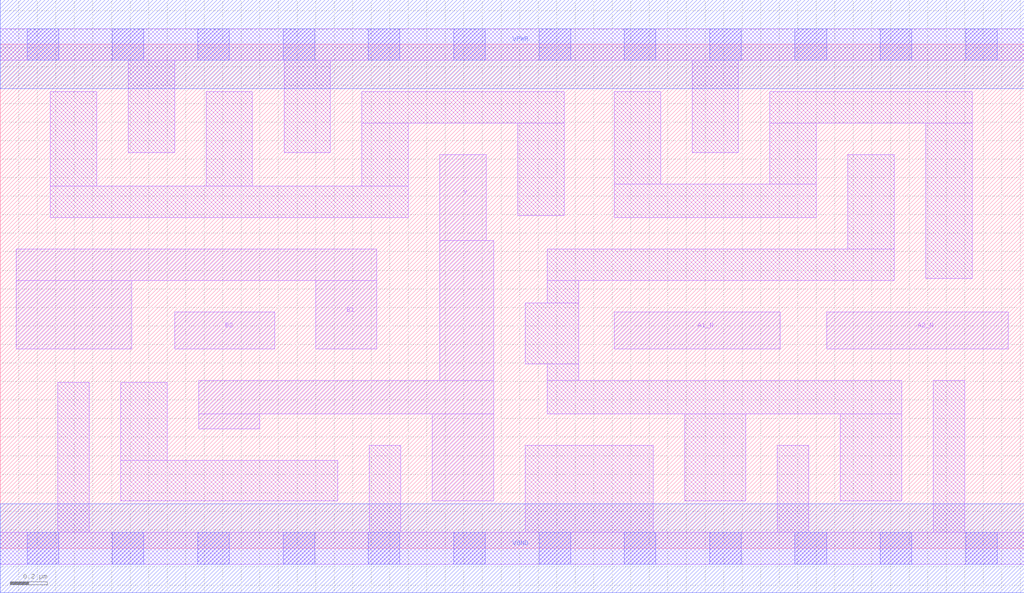
<source format=lef>
# Copyright 2020 The SkyWater PDK Authors
#
# Licensed under the Apache License, Version 2.0 (the "License");
# you may not use this file except in compliance with the License.
# You may obtain a copy of the License at
#
#     https://www.apache.org/licenses/LICENSE-2.0
#
# Unless required by applicable law or agreed to in writing, software
# distributed under the License is distributed on an "AS IS" BASIS,
# WITHOUT WARRANTIES OR CONDITIONS OF ANY KIND, either express or implied.
# See the License for the specific language governing permissions and
# limitations under the License.
#
# SPDX-License-Identifier: Apache-2.0

VERSION 5.7 ;
  NOWIREEXTENSIONATPIN ON ;
  DIVIDERCHAR "/" ;
  BUSBITCHARS "[]" ;
UNITS
  DATABASE MICRONS 200 ;
END UNITS
MACRO sky130_fd_sc_hd__a2bb2oi_2
  CLASS CORE ;
  FOREIGN sky130_fd_sc_hd__a2bb2oi_2 ;
  ORIGIN  0.000000  0.000000 ;
  SIZE  5.520000 BY  2.720000 ;
  SYMMETRY X Y R90 ;
  SITE unithd ;
  PIN A1_N
    ANTENNAGATEAREA  0.495000 ;
    DIRECTION INPUT ;
    USE SIGNAL ;
    PORT
      LAYER li1 ;
        RECT 3.310000 1.075000 4.205000 1.275000 ;
    END
  END A1_N
  PIN A2_N
    ANTENNAGATEAREA  0.495000 ;
    DIRECTION INPUT ;
    USE SIGNAL ;
    PORT
      LAYER li1 ;
        RECT 4.455000 1.075000 5.435000 1.275000 ;
    END
  END A2_N
  PIN B1
    ANTENNAGATEAREA  0.495000 ;
    DIRECTION INPUT ;
    USE SIGNAL ;
    PORT
      LAYER li1 ;
        RECT 0.085000 1.075000 0.710000 1.445000 ;
        RECT 0.085000 1.445000 2.030000 1.615000 ;
        RECT 1.700000 1.075000 2.030000 1.445000 ;
    END
  END B1
  PIN B2
    ANTENNAGATEAREA  0.495000 ;
    DIRECTION INPUT ;
    USE SIGNAL ;
    PORT
      LAYER li1 ;
        RECT 0.940000 1.075000 1.480000 1.275000 ;
    END
  END B2
  PIN Y
    ANTENNADIFFAREA  0.621000 ;
    DIRECTION OUTPUT ;
    USE SIGNAL ;
    PORT
      LAYER li1 ;
        RECT 1.070000 0.645000 1.400000 0.725000 ;
        RECT 1.070000 0.725000 2.660000 0.905000 ;
        RECT 2.330000 0.255000 2.660000 0.725000 ;
        RECT 2.370000 0.905000 2.660000 1.660000 ;
        RECT 2.370000 1.660000 2.620000 2.125000 ;
    END
  END Y
  PIN VGND
    DIRECTION INOUT ;
    SHAPE ABUTMENT ;
    USE GROUND ;
    PORT
      LAYER met1 ;
        RECT 0.000000 -0.240000 5.520000 0.240000 ;
    END
  END VGND
  PIN VPWR
    DIRECTION INOUT ;
    SHAPE ABUTMENT ;
    USE POWER ;
    PORT
      LAYER met1 ;
        RECT 0.000000 2.480000 5.520000 2.960000 ;
    END
  END VPWR
  OBS
    LAYER li1 ;
      RECT 0.000000 -0.085000 5.520000 0.085000 ;
      RECT 0.000000  2.635000 5.520000 2.805000 ;
      RECT 0.270000  1.785000 2.200000 1.955000 ;
      RECT 0.270000  1.955000 0.520000 2.465000 ;
      RECT 0.310000  0.085000 0.480000 0.895000 ;
      RECT 0.650000  0.255000 1.820000 0.475000 ;
      RECT 0.650000  0.475000 0.900000 0.895000 ;
      RECT 0.690000  2.135000 0.940000 2.635000 ;
      RECT 1.110000  1.955000 1.360000 2.465000 ;
      RECT 1.530000  2.135000 1.780000 2.635000 ;
      RECT 1.950000  1.955000 2.200000 2.295000 ;
      RECT 1.950000  2.295000 3.040000 2.465000 ;
      RECT 1.990000  0.085000 2.160000 0.555000 ;
      RECT 2.790000  1.795000 3.040000 2.295000 ;
      RECT 2.830000  0.085000 3.520000 0.555000 ;
      RECT 2.830000  0.995000 3.120000 1.325000 ;
      RECT 2.950000  0.725000 4.860000 0.905000 ;
      RECT 2.950000  0.905000 3.120000 0.995000 ;
      RECT 2.950000  1.325000 3.120000 1.445000 ;
      RECT 2.950000  1.445000 4.820000 1.615000 ;
      RECT 3.310000  1.785000 4.400000 1.965000 ;
      RECT 3.310000  1.965000 3.560000 2.465000 ;
      RECT 3.690000  0.255000 4.020000 0.725000 ;
      RECT 3.730000  2.135000 3.980000 2.635000 ;
      RECT 4.150000  1.965000 4.400000 2.295000 ;
      RECT 4.150000  2.295000 5.240000 2.465000 ;
      RECT 4.190000  0.085000 4.360000 0.555000 ;
      RECT 4.530000  0.255000 4.860000 0.725000 ;
      RECT 4.570000  1.615000 4.820000 2.125000 ;
      RECT 4.990000  1.455000 5.240000 2.295000 ;
      RECT 5.030000  0.085000 5.200000 0.905000 ;
    LAYER mcon ;
      RECT 0.145000 -0.085000 0.315000 0.085000 ;
      RECT 0.145000  2.635000 0.315000 2.805000 ;
      RECT 0.605000 -0.085000 0.775000 0.085000 ;
      RECT 0.605000  2.635000 0.775000 2.805000 ;
      RECT 1.065000 -0.085000 1.235000 0.085000 ;
      RECT 1.065000  2.635000 1.235000 2.805000 ;
      RECT 1.525000 -0.085000 1.695000 0.085000 ;
      RECT 1.525000  2.635000 1.695000 2.805000 ;
      RECT 1.985000 -0.085000 2.155000 0.085000 ;
      RECT 1.985000  2.635000 2.155000 2.805000 ;
      RECT 2.445000 -0.085000 2.615000 0.085000 ;
      RECT 2.445000  2.635000 2.615000 2.805000 ;
      RECT 2.905000 -0.085000 3.075000 0.085000 ;
      RECT 2.905000  2.635000 3.075000 2.805000 ;
      RECT 3.365000 -0.085000 3.535000 0.085000 ;
      RECT 3.365000  2.635000 3.535000 2.805000 ;
      RECT 3.825000 -0.085000 3.995000 0.085000 ;
      RECT 3.825000  2.635000 3.995000 2.805000 ;
      RECT 4.285000 -0.085000 4.455000 0.085000 ;
      RECT 4.285000  2.635000 4.455000 2.805000 ;
      RECT 4.745000 -0.085000 4.915000 0.085000 ;
      RECT 4.745000  2.635000 4.915000 2.805000 ;
      RECT 5.205000 -0.085000 5.375000 0.085000 ;
      RECT 5.205000  2.635000 5.375000 2.805000 ;
  END
END sky130_fd_sc_hd__a2bb2oi_2
END LIBRARY

</source>
